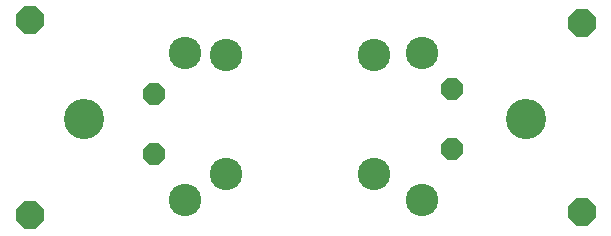
<source format=gts>
G75*
%MOIN*%
%OFA0B0*%
%FSLAX25Y25*%
%IPPOS*%
%LPD*%
%AMOC8*
5,1,8,0,0,1.08239X$1,22.5*
%
%ADD10C,0.13398*%
%ADD11C,0.10800*%
%ADD12OC8,0.07100*%
%ADD13OC8,0.09300*%
D10*
X0030528Y0046276D03*
X0178165Y0046276D03*
D11*
X0143441Y0068205D03*
X0127260Y0067299D03*
X0078047Y0067299D03*
X0064307Y0068205D03*
X0078047Y0027929D03*
X0064307Y0018992D03*
X0127260Y0027929D03*
X0143441Y0018992D03*
D12*
X0153362Y0036039D03*
X0153362Y0056039D03*
X0054150Y0054307D03*
X0054150Y0034307D03*
D13*
X0012575Y0014024D03*
X0012575Y0079063D03*
X0196575Y0078102D03*
X0196575Y0015142D03*
M02*

</source>
